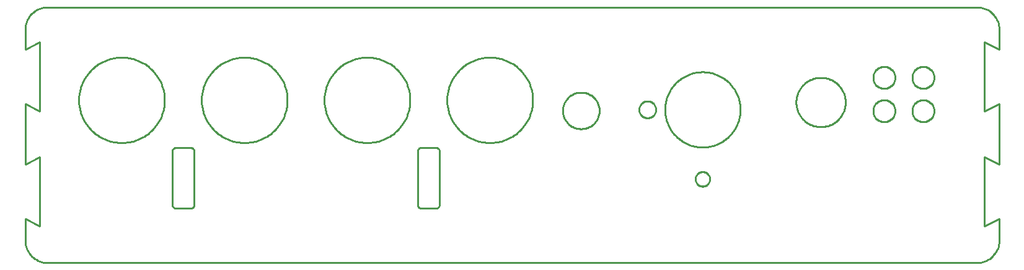
<source format=gbr>
G04 EAGLE Gerber RS-274X export*
G75*
%MOMM*%
%FSLAX34Y34*%
%LPD*%
%IN*%
%IPPOS*%
%AMOC8*
5,1,8,0,0,1.08239X$1,22.5*%
G01*
%ADD10C,0.254000*%


D10*
X0Y30000D02*
X114Y27385D01*
X456Y24791D01*
X1022Y22235D01*
X1809Y19739D01*
X2811Y17321D01*
X4019Y15000D01*
X5425Y12793D01*
X7019Y10716D01*
X8787Y8787D01*
X10716Y7019D01*
X12793Y5425D01*
X15000Y4019D01*
X17321Y2811D01*
X19739Y1809D01*
X22235Y1022D01*
X24791Y456D01*
X27385Y114D01*
X30000Y0D01*
X1300000Y0D01*
X1302615Y114D01*
X1305209Y456D01*
X1307765Y1022D01*
X1310261Y1809D01*
X1312679Y2811D01*
X1315000Y4019D01*
X1317207Y5425D01*
X1319284Y7019D01*
X1321213Y8787D01*
X1322981Y10716D01*
X1324575Y12793D01*
X1325981Y15000D01*
X1327189Y17321D01*
X1328191Y19739D01*
X1328978Y22235D01*
X1329544Y24791D01*
X1329886Y27385D01*
X1330000Y30000D01*
X1330000Y60000D01*
X1310000Y50000D01*
X1310000Y145000D01*
X1330000Y135000D01*
X1330000Y217500D01*
X1310000Y207500D01*
X1310000Y302500D01*
X1330000Y292500D01*
X1330000Y320000D01*
X1329886Y322615D01*
X1329544Y325209D01*
X1328978Y327765D01*
X1328191Y330261D01*
X1327189Y332679D01*
X1325981Y335000D01*
X1324575Y337207D01*
X1322981Y339284D01*
X1321213Y341213D01*
X1319284Y342981D01*
X1317207Y344575D01*
X1315000Y345981D01*
X1312679Y347189D01*
X1310261Y348191D01*
X1307765Y348978D01*
X1305209Y349544D01*
X1302615Y349886D01*
X1300000Y350000D01*
X30000Y350000D01*
X27385Y349886D01*
X24791Y349544D01*
X22235Y348978D01*
X19739Y348191D01*
X17321Y347189D01*
X15000Y345981D01*
X12793Y344575D01*
X10716Y342981D01*
X8787Y341213D01*
X7019Y339284D01*
X5425Y337207D01*
X4019Y335000D01*
X2811Y332679D01*
X1809Y330261D01*
X1022Y327765D01*
X456Y325209D01*
X114Y322615D01*
X0Y320000D01*
X0Y292500D01*
X20000Y302500D01*
X20000Y207500D01*
X0Y217500D01*
X0Y135000D01*
X20000Y145000D01*
X20000Y50000D01*
X0Y60000D01*
X0Y30000D01*
X535700Y79500D02*
X535719Y79064D01*
X535776Y78632D01*
X535870Y78206D01*
X536002Y77790D01*
X536168Y77387D01*
X536370Y77000D01*
X536604Y76632D01*
X536870Y76286D01*
X537164Y75964D01*
X537486Y75670D01*
X537832Y75404D01*
X538200Y75170D01*
X538587Y74968D01*
X538990Y74802D01*
X539406Y74670D01*
X539832Y74576D01*
X540264Y74519D01*
X540700Y74500D01*
X560700Y74500D01*
X561136Y74519D01*
X561568Y74576D01*
X561994Y74670D01*
X562410Y74802D01*
X562813Y74968D01*
X563200Y75170D01*
X563568Y75404D01*
X563914Y75670D01*
X564236Y75964D01*
X564530Y76286D01*
X564796Y76632D01*
X565030Y77000D01*
X565232Y77387D01*
X565398Y77790D01*
X565530Y78206D01*
X565624Y78632D01*
X565681Y79064D01*
X565700Y79500D01*
X565700Y152500D01*
X565681Y152936D01*
X565624Y153368D01*
X565530Y153794D01*
X565398Y154210D01*
X565232Y154613D01*
X565030Y155000D01*
X564796Y155368D01*
X564530Y155714D01*
X564236Y156036D01*
X563914Y156330D01*
X563568Y156596D01*
X563200Y156830D01*
X562813Y157032D01*
X562410Y157198D01*
X561994Y157330D01*
X561568Y157424D01*
X561136Y157481D01*
X560700Y157500D01*
X540700Y157500D01*
X540264Y157481D01*
X539832Y157424D01*
X539406Y157330D01*
X538990Y157198D01*
X538587Y157032D01*
X538200Y156830D01*
X537832Y156596D01*
X537486Y156330D01*
X537164Y156036D01*
X536870Y155714D01*
X536604Y155368D01*
X536370Y155000D01*
X536168Y154613D01*
X536002Y154210D01*
X535870Y153794D01*
X535776Y153368D01*
X535719Y152936D01*
X535700Y152500D01*
X535700Y79500D01*
X200700Y79500D02*
X200719Y79064D01*
X200776Y78632D01*
X200870Y78206D01*
X201002Y77790D01*
X201168Y77387D01*
X201370Y77000D01*
X201604Y76632D01*
X201870Y76286D01*
X202164Y75964D01*
X202486Y75670D01*
X202832Y75404D01*
X203200Y75170D01*
X203587Y74968D01*
X203990Y74802D01*
X204406Y74670D01*
X204832Y74576D01*
X205264Y74519D01*
X205700Y74500D01*
X225700Y74500D01*
X226136Y74519D01*
X226568Y74576D01*
X226994Y74670D01*
X227410Y74802D01*
X227813Y74968D01*
X228200Y75170D01*
X228568Y75404D01*
X228914Y75670D01*
X229236Y75964D01*
X229530Y76286D01*
X229796Y76632D01*
X230030Y77000D01*
X230232Y77387D01*
X230398Y77790D01*
X230530Y78206D01*
X230624Y78632D01*
X230681Y79064D01*
X230700Y79500D01*
X230700Y152500D01*
X230681Y152936D01*
X230624Y153368D01*
X230530Y153794D01*
X230398Y154210D01*
X230232Y154613D01*
X230030Y155000D01*
X229796Y155368D01*
X229530Y155714D01*
X229236Y156036D01*
X228914Y156330D01*
X228568Y156596D01*
X228200Y156830D01*
X227813Y157032D01*
X227410Y157198D01*
X226994Y157330D01*
X226568Y157424D01*
X226136Y157481D01*
X225700Y157500D01*
X205700Y157500D01*
X205264Y157481D01*
X204832Y157424D01*
X204406Y157330D01*
X203990Y157198D01*
X203587Y157032D01*
X203200Y156830D01*
X202832Y156596D01*
X202486Y156330D01*
X202164Y156036D01*
X201870Y155714D01*
X201604Y155368D01*
X201370Y155000D01*
X201168Y154613D01*
X201002Y154210D01*
X200870Y153794D01*
X200776Y153368D01*
X200719Y152936D01*
X200700Y152500D01*
X200700Y79500D01*
X190100Y221756D02*
X190025Y219668D01*
X189876Y217585D01*
X189653Y215508D01*
X189356Y213441D01*
X188985Y211385D01*
X188541Y209344D01*
X188025Y207321D01*
X187436Y205317D01*
X186777Y203335D01*
X186047Y201378D01*
X185247Y199448D01*
X184380Y197548D01*
X183445Y195681D01*
X182444Y193847D01*
X181378Y192051D01*
X180249Y190294D01*
X179058Y188578D01*
X177806Y186906D01*
X176495Y185280D01*
X175127Y183701D01*
X173704Y182173D01*
X172227Y180696D01*
X170699Y179273D01*
X169120Y177905D01*
X167494Y176594D01*
X165822Y175343D01*
X164106Y174151D01*
X162349Y173022D01*
X160553Y171956D01*
X158719Y170955D01*
X156852Y170020D01*
X154952Y169153D01*
X153022Y168353D01*
X151065Y167623D01*
X149083Y166964D01*
X147079Y166375D01*
X145056Y165859D01*
X143015Y165415D01*
X140959Y165044D01*
X138892Y164747D01*
X136815Y164524D01*
X134732Y164375D01*
X132644Y164300D01*
X130556Y164300D01*
X128468Y164375D01*
X126385Y164524D01*
X124308Y164747D01*
X122241Y165044D01*
X120185Y165415D01*
X118144Y165859D01*
X116121Y166375D01*
X114117Y166964D01*
X112135Y167623D01*
X110178Y168353D01*
X108248Y169153D01*
X106348Y170020D01*
X104481Y170955D01*
X102647Y171956D01*
X100851Y173022D01*
X99094Y174151D01*
X97378Y175343D01*
X95706Y176594D01*
X94080Y177905D01*
X92501Y179273D01*
X90973Y180696D01*
X89496Y182173D01*
X88073Y183701D01*
X86705Y185280D01*
X85394Y186906D01*
X84143Y188578D01*
X82951Y190294D01*
X81822Y192051D01*
X80756Y193847D01*
X79755Y195681D01*
X78820Y197548D01*
X77953Y199448D01*
X77153Y201378D01*
X76423Y203335D01*
X75764Y205317D01*
X75175Y207321D01*
X74659Y209344D01*
X74215Y211385D01*
X73844Y213441D01*
X73547Y215508D01*
X73324Y217585D01*
X73175Y219668D01*
X73100Y221756D01*
X73100Y223844D01*
X73175Y225932D01*
X73324Y228015D01*
X73547Y230092D01*
X73844Y232159D01*
X74215Y234215D01*
X74659Y236256D01*
X75175Y238279D01*
X75764Y240283D01*
X76423Y242265D01*
X77153Y244222D01*
X77953Y246152D01*
X78820Y248052D01*
X79755Y249919D01*
X80756Y251753D01*
X81822Y253549D01*
X82951Y255306D01*
X84143Y257022D01*
X85394Y258694D01*
X86705Y260320D01*
X88073Y261899D01*
X89496Y263427D01*
X90973Y264904D01*
X92501Y266327D01*
X94080Y267695D01*
X95706Y269006D01*
X97378Y270258D01*
X99094Y271449D01*
X100851Y272578D01*
X102647Y273644D01*
X104481Y274645D01*
X106348Y275580D01*
X108248Y276447D01*
X110178Y277247D01*
X112135Y277977D01*
X114117Y278636D01*
X116121Y279225D01*
X118144Y279741D01*
X120185Y280185D01*
X122241Y280556D01*
X124308Y280853D01*
X126385Y281076D01*
X128468Y281225D01*
X130556Y281300D01*
X132644Y281300D01*
X134732Y281225D01*
X136815Y281076D01*
X138892Y280853D01*
X140959Y280556D01*
X143015Y280185D01*
X145056Y279741D01*
X147079Y279225D01*
X149083Y278636D01*
X151065Y277977D01*
X153022Y277247D01*
X154952Y276447D01*
X156852Y275580D01*
X158719Y274645D01*
X160553Y273644D01*
X162349Y272578D01*
X164106Y271449D01*
X165822Y270258D01*
X167494Y269006D01*
X169120Y267695D01*
X170699Y266327D01*
X172227Y264904D01*
X173704Y263427D01*
X175127Y261899D01*
X176495Y260320D01*
X177806Y258694D01*
X179058Y257022D01*
X180249Y255306D01*
X181378Y253549D01*
X182444Y251753D01*
X183445Y249919D01*
X184380Y248052D01*
X185247Y246152D01*
X186047Y244222D01*
X186777Y242265D01*
X187436Y240283D01*
X188025Y238279D01*
X188541Y236256D01*
X188985Y234215D01*
X189356Y232159D01*
X189653Y230092D01*
X189876Y228015D01*
X190025Y225932D01*
X190100Y223844D01*
X190100Y221756D01*
X525380Y221756D02*
X525305Y219668D01*
X525156Y217585D01*
X524933Y215508D01*
X524636Y213441D01*
X524265Y211385D01*
X523821Y209344D01*
X523305Y207321D01*
X522716Y205317D01*
X522057Y203335D01*
X521327Y201378D01*
X520527Y199448D01*
X519660Y197548D01*
X518725Y195681D01*
X517724Y193847D01*
X516658Y192051D01*
X515529Y190294D01*
X514338Y188578D01*
X513086Y186906D01*
X511775Y185280D01*
X510407Y183701D01*
X508984Y182173D01*
X507507Y180696D01*
X505979Y179273D01*
X504400Y177905D01*
X502774Y176594D01*
X501102Y175343D01*
X499386Y174151D01*
X497629Y173022D01*
X495833Y171956D01*
X493999Y170955D01*
X492132Y170020D01*
X490232Y169153D01*
X488302Y168353D01*
X486345Y167623D01*
X484363Y166964D01*
X482359Y166375D01*
X480336Y165859D01*
X478295Y165415D01*
X476239Y165044D01*
X474172Y164747D01*
X472095Y164524D01*
X470012Y164375D01*
X467924Y164300D01*
X465836Y164300D01*
X463748Y164375D01*
X461665Y164524D01*
X459588Y164747D01*
X457521Y165044D01*
X455465Y165415D01*
X453424Y165859D01*
X451401Y166375D01*
X449397Y166964D01*
X447415Y167623D01*
X445458Y168353D01*
X443528Y169153D01*
X441628Y170020D01*
X439761Y170955D01*
X437927Y171956D01*
X436131Y173022D01*
X434374Y174151D01*
X432658Y175343D01*
X430986Y176594D01*
X429360Y177905D01*
X427781Y179273D01*
X426253Y180696D01*
X424776Y182173D01*
X423353Y183701D01*
X421985Y185280D01*
X420674Y186906D01*
X419423Y188578D01*
X418231Y190294D01*
X417102Y192051D01*
X416036Y193847D01*
X415035Y195681D01*
X414100Y197548D01*
X413233Y199448D01*
X412433Y201378D01*
X411703Y203335D01*
X411044Y205317D01*
X410455Y207321D01*
X409939Y209344D01*
X409495Y211385D01*
X409124Y213441D01*
X408827Y215508D01*
X408604Y217585D01*
X408455Y219668D01*
X408380Y221756D01*
X408380Y223844D01*
X408455Y225932D01*
X408604Y228015D01*
X408827Y230092D01*
X409124Y232159D01*
X409495Y234215D01*
X409939Y236256D01*
X410455Y238279D01*
X411044Y240283D01*
X411703Y242265D01*
X412433Y244222D01*
X413233Y246152D01*
X414100Y248052D01*
X415035Y249919D01*
X416036Y251753D01*
X417102Y253549D01*
X418231Y255306D01*
X419423Y257022D01*
X420674Y258694D01*
X421985Y260320D01*
X423353Y261899D01*
X424776Y263427D01*
X426253Y264904D01*
X427781Y266327D01*
X429360Y267695D01*
X430986Y269006D01*
X432658Y270258D01*
X434374Y271449D01*
X436131Y272578D01*
X437927Y273644D01*
X439761Y274645D01*
X441628Y275580D01*
X443528Y276447D01*
X445458Y277247D01*
X447415Y277977D01*
X449397Y278636D01*
X451401Y279225D01*
X453424Y279741D01*
X455465Y280185D01*
X457521Y280556D01*
X459588Y280853D01*
X461665Y281076D01*
X463748Y281225D01*
X465836Y281300D01*
X467924Y281300D01*
X470012Y281225D01*
X472095Y281076D01*
X474172Y280853D01*
X476239Y280556D01*
X478295Y280185D01*
X480336Y279741D01*
X482359Y279225D01*
X484363Y278636D01*
X486345Y277977D01*
X488302Y277247D01*
X490232Y276447D01*
X492132Y275580D01*
X493999Y274645D01*
X495833Y273644D01*
X497629Y272578D01*
X499386Y271449D01*
X501102Y270258D01*
X502774Y269006D01*
X504400Y267695D01*
X505979Y266327D01*
X507507Y264904D01*
X508984Y263427D01*
X510407Y261899D01*
X511775Y260320D01*
X513086Y258694D01*
X514338Y257022D01*
X515529Y255306D01*
X516658Y253549D01*
X517724Y251753D01*
X518725Y249919D01*
X519660Y248052D01*
X520527Y246152D01*
X521327Y244222D01*
X522057Y242265D01*
X522716Y240283D01*
X523305Y238279D01*
X523821Y236256D01*
X524265Y234215D01*
X524636Y232159D01*
X524933Y230092D01*
X525156Y228015D01*
X525305Y225932D01*
X525380Y223844D01*
X525380Y221756D01*
X693020Y221756D02*
X692945Y219668D01*
X692796Y217585D01*
X692573Y215508D01*
X692276Y213441D01*
X691905Y211385D01*
X691461Y209344D01*
X690945Y207321D01*
X690356Y205317D01*
X689697Y203335D01*
X688967Y201378D01*
X688167Y199448D01*
X687300Y197548D01*
X686365Y195681D01*
X685364Y193847D01*
X684298Y192051D01*
X683169Y190294D01*
X681978Y188578D01*
X680726Y186906D01*
X679415Y185280D01*
X678047Y183701D01*
X676624Y182173D01*
X675147Y180696D01*
X673619Y179273D01*
X672040Y177905D01*
X670414Y176594D01*
X668742Y175343D01*
X667026Y174151D01*
X665269Y173022D01*
X663473Y171956D01*
X661639Y170955D01*
X659772Y170020D01*
X657872Y169153D01*
X655942Y168353D01*
X653985Y167623D01*
X652003Y166964D01*
X649999Y166375D01*
X647976Y165859D01*
X645935Y165415D01*
X643879Y165044D01*
X641812Y164747D01*
X639735Y164524D01*
X637652Y164375D01*
X635564Y164300D01*
X633476Y164300D01*
X631388Y164375D01*
X629305Y164524D01*
X627228Y164747D01*
X625161Y165044D01*
X623105Y165415D01*
X621064Y165859D01*
X619041Y166375D01*
X617037Y166964D01*
X615055Y167623D01*
X613098Y168353D01*
X611168Y169153D01*
X609268Y170020D01*
X607401Y170955D01*
X605567Y171956D01*
X603771Y173022D01*
X602014Y174151D01*
X600298Y175343D01*
X598626Y176594D01*
X597000Y177905D01*
X595421Y179273D01*
X593893Y180696D01*
X592416Y182173D01*
X590993Y183701D01*
X589625Y185280D01*
X588314Y186906D01*
X587063Y188578D01*
X585871Y190294D01*
X584742Y192051D01*
X583676Y193847D01*
X582675Y195681D01*
X581740Y197548D01*
X580873Y199448D01*
X580073Y201378D01*
X579343Y203335D01*
X578684Y205317D01*
X578095Y207321D01*
X577579Y209344D01*
X577135Y211385D01*
X576764Y213441D01*
X576467Y215508D01*
X576244Y217585D01*
X576095Y219668D01*
X576020Y221756D01*
X576020Y223844D01*
X576095Y225932D01*
X576244Y228015D01*
X576467Y230092D01*
X576764Y232159D01*
X577135Y234215D01*
X577579Y236256D01*
X578095Y238279D01*
X578684Y240283D01*
X579343Y242265D01*
X580073Y244222D01*
X580873Y246152D01*
X581740Y248052D01*
X582675Y249919D01*
X583676Y251753D01*
X584742Y253549D01*
X585871Y255306D01*
X587063Y257022D01*
X588314Y258694D01*
X589625Y260320D01*
X590993Y261899D01*
X592416Y263427D01*
X593893Y264904D01*
X595421Y266327D01*
X597000Y267695D01*
X598626Y269006D01*
X600298Y270258D01*
X602014Y271449D01*
X603771Y272578D01*
X605567Y273644D01*
X607401Y274645D01*
X609268Y275580D01*
X611168Y276447D01*
X613098Y277247D01*
X615055Y277977D01*
X617037Y278636D01*
X619041Y279225D01*
X621064Y279741D01*
X623105Y280185D01*
X625161Y280556D01*
X627228Y280853D01*
X629305Y281076D01*
X631388Y281225D01*
X633476Y281300D01*
X635564Y281300D01*
X637652Y281225D01*
X639735Y281076D01*
X641812Y280853D01*
X643879Y280556D01*
X645935Y280185D01*
X647976Y279741D01*
X649999Y279225D01*
X652003Y278636D01*
X653985Y277977D01*
X655942Y277247D01*
X657872Y276447D01*
X659772Y275580D01*
X661639Y274645D01*
X663473Y273644D01*
X665269Y272578D01*
X667026Y271449D01*
X668742Y270258D01*
X670414Y269006D01*
X672040Y267695D01*
X673619Y266327D01*
X675147Y264904D01*
X676624Y263427D01*
X678047Y261899D01*
X679415Y260320D01*
X680726Y258694D01*
X681978Y257022D01*
X683169Y255306D01*
X684298Y253549D01*
X685364Y251753D01*
X686365Y249919D01*
X687300Y248052D01*
X688167Y246152D01*
X688967Y244222D01*
X689697Y242265D01*
X690356Y240283D01*
X690945Y238279D01*
X691461Y236256D01*
X691905Y234215D01*
X692276Y232159D01*
X692573Y230092D01*
X692796Y228015D01*
X692945Y225932D01*
X693020Y223844D01*
X693020Y221756D01*
X357740Y221756D02*
X357665Y219668D01*
X357516Y217585D01*
X357293Y215508D01*
X356996Y213441D01*
X356625Y211385D01*
X356181Y209344D01*
X355665Y207321D01*
X355076Y205317D01*
X354417Y203335D01*
X353687Y201378D01*
X352887Y199448D01*
X352020Y197548D01*
X351085Y195681D01*
X350084Y193847D01*
X349018Y192051D01*
X347889Y190294D01*
X346698Y188578D01*
X345446Y186906D01*
X344135Y185280D01*
X342767Y183701D01*
X341344Y182173D01*
X339867Y180696D01*
X338339Y179273D01*
X336760Y177905D01*
X335134Y176594D01*
X333462Y175343D01*
X331746Y174151D01*
X329989Y173022D01*
X328193Y171956D01*
X326359Y170955D01*
X324492Y170020D01*
X322592Y169153D01*
X320662Y168353D01*
X318705Y167623D01*
X316723Y166964D01*
X314719Y166375D01*
X312696Y165859D01*
X310655Y165415D01*
X308599Y165044D01*
X306532Y164747D01*
X304455Y164524D01*
X302372Y164375D01*
X300284Y164300D01*
X298196Y164300D01*
X296108Y164375D01*
X294025Y164524D01*
X291948Y164747D01*
X289881Y165044D01*
X287825Y165415D01*
X285784Y165859D01*
X283761Y166375D01*
X281757Y166964D01*
X279775Y167623D01*
X277818Y168353D01*
X275888Y169153D01*
X273988Y170020D01*
X272121Y170955D01*
X270287Y171956D01*
X268491Y173022D01*
X266734Y174151D01*
X265018Y175343D01*
X263346Y176594D01*
X261720Y177905D01*
X260141Y179273D01*
X258613Y180696D01*
X257136Y182173D01*
X255713Y183701D01*
X254345Y185280D01*
X253034Y186906D01*
X251783Y188578D01*
X250591Y190294D01*
X249462Y192051D01*
X248396Y193847D01*
X247395Y195681D01*
X246460Y197548D01*
X245593Y199448D01*
X244793Y201378D01*
X244063Y203335D01*
X243404Y205317D01*
X242815Y207321D01*
X242299Y209344D01*
X241855Y211385D01*
X241484Y213441D01*
X241187Y215508D01*
X240964Y217585D01*
X240815Y219668D01*
X240740Y221756D01*
X240740Y223844D01*
X240815Y225932D01*
X240964Y228015D01*
X241187Y230092D01*
X241484Y232159D01*
X241855Y234215D01*
X242299Y236256D01*
X242815Y238279D01*
X243404Y240283D01*
X244063Y242265D01*
X244793Y244222D01*
X245593Y246152D01*
X246460Y248052D01*
X247395Y249919D01*
X248396Y251753D01*
X249462Y253549D01*
X250591Y255306D01*
X251783Y257022D01*
X253034Y258694D01*
X254345Y260320D01*
X255713Y261899D01*
X257136Y263427D01*
X258613Y264904D01*
X260141Y266327D01*
X261720Y267695D01*
X263346Y269006D01*
X265018Y270258D01*
X266734Y271449D01*
X268491Y272578D01*
X270287Y273644D01*
X272121Y274645D01*
X273988Y275580D01*
X275888Y276447D01*
X277818Y277247D01*
X279775Y277977D01*
X281757Y278636D01*
X283761Y279225D01*
X285784Y279741D01*
X287825Y280185D01*
X289881Y280556D01*
X291948Y280853D01*
X294025Y281076D01*
X296108Y281225D01*
X298196Y281300D01*
X300284Y281300D01*
X302372Y281225D01*
X304455Y281076D01*
X306532Y280853D01*
X308599Y280556D01*
X310655Y280185D01*
X312696Y279741D01*
X314719Y279225D01*
X316723Y278636D01*
X318705Y277977D01*
X320662Y277247D01*
X322592Y276447D01*
X324492Y275580D01*
X326359Y274645D01*
X328193Y273644D01*
X329989Y272578D01*
X331746Y271449D01*
X333462Y270258D01*
X335134Y269006D01*
X336760Y267695D01*
X338339Y266327D01*
X339867Y264904D01*
X341344Y263427D01*
X342767Y261899D01*
X344135Y260320D01*
X345446Y258694D01*
X346698Y257022D01*
X347889Y255306D01*
X349018Y253549D01*
X350084Y251753D01*
X351085Y249919D01*
X352020Y248052D01*
X352887Y246152D01*
X353687Y244222D01*
X354417Y242265D01*
X355076Y240283D01*
X355665Y238279D01*
X356181Y236256D01*
X356625Y234215D01*
X356996Y232159D01*
X357293Y230092D01*
X357516Y228015D01*
X357665Y225932D01*
X357740Y223844D01*
X357740Y221756D01*
X784000Y207599D02*
X783921Y206198D01*
X783764Y204804D01*
X783529Y203421D01*
X783217Y202053D01*
X782829Y200705D01*
X782365Y199381D01*
X781829Y198085D01*
X781220Y196821D01*
X780541Y195593D01*
X779795Y194405D01*
X778983Y193261D01*
X778108Y192164D01*
X777174Y191118D01*
X776182Y190126D01*
X775136Y189192D01*
X774039Y188317D01*
X772895Y187505D01*
X771707Y186759D01*
X770479Y186080D01*
X769215Y185471D01*
X767919Y184935D01*
X766595Y184471D01*
X765247Y184083D01*
X763879Y183771D01*
X762496Y183536D01*
X761102Y183379D01*
X759701Y183300D01*
X758299Y183300D01*
X756898Y183379D01*
X755504Y183536D01*
X754121Y183771D01*
X752753Y184083D01*
X751405Y184471D01*
X750081Y184935D01*
X748785Y185471D01*
X747521Y186080D01*
X746293Y186759D01*
X745105Y187505D01*
X743961Y188317D01*
X742864Y189192D01*
X741818Y190126D01*
X740826Y191118D01*
X739892Y192164D01*
X739017Y193261D01*
X738205Y194405D01*
X737459Y195593D01*
X736780Y196821D01*
X736171Y198085D01*
X735635Y199381D01*
X735171Y200705D01*
X734783Y202053D01*
X734471Y203421D01*
X734236Y204804D01*
X734079Y206198D01*
X734000Y207599D01*
X734000Y209001D01*
X734079Y210402D01*
X734236Y211796D01*
X734471Y213179D01*
X734783Y214547D01*
X735171Y215895D01*
X735635Y217219D01*
X736171Y218515D01*
X736780Y219779D01*
X737459Y221007D01*
X738205Y222195D01*
X739017Y223339D01*
X739892Y224436D01*
X740826Y225482D01*
X741818Y226474D01*
X742864Y227408D01*
X743961Y228283D01*
X745105Y229095D01*
X746293Y229841D01*
X747521Y230520D01*
X748785Y231129D01*
X750081Y231665D01*
X751405Y232129D01*
X752753Y232517D01*
X754121Y232829D01*
X755504Y233064D01*
X756898Y233221D01*
X758299Y233300D01*
X759701Y233300D01*
X761102Y233221D01*
X762496Y233064D01*
X763879Y232829D01*
X765247Y232517D01*
X766595Y232129D01*
X767919Y231665D01*
X769215Y231129D01*
X770479Y230520D01*
X771707Y229841D01*
X772895Y229095D01*
X774039Y228283D01*
X775136Y227408D01*
X776182Y226474D01*
X777174Y225482D01*
X778108Y224436D01*
X778983Y223339D01*
X779795Y222195D01*
X780541Y221007D01*
X781220Y219779D01*
X781829Y218515D01*
X782365Y217219D01*
X782829Y215895D01*
X783217Y214547D01*
X783529Y213179D01*
X783764Y211796D01*
X783921Y210402D01*
X784000Y209001D01*
X784000Y207599D01*
X1120250Y219020D02*
X1120178Y217462D01*
X1120034Y215910D01*
X1119819Y214365D01*
X1119532Y212832D01*
X1119175Y211314D01*
X1118748Y209814D01*
X1118253Y208335D01*
X1117689Y206881D01*
X1117059Y205454D01*
X1116364Y204058D01*
X1115605Y202696D01*
X1114784Y201370D01*
X1113903Y200083D01*
X1112963Y198839D01*
X1111967Y197639D01*
X1110916Y196487D01*
X1109813Y195384D01*
X1108661Y194333D01*
X1107461Y193337D01*
X1106217Y192397D01*
X1104930Y191516D01*
X1103604Y190695D01*
X1102242Y189936D01*
X1100846Y189241D01*
X1099419Y188611D01*
X1097965Y188047D01*
X1096486Y187552D01*
X1094986Y187125D01*
X1093468Y186768D01*
X1091935Y186481D01*
X1090391Y186266D01*
X1088838Y186122D01*
X1087280Y186050D01*
X1085720Y186050D01*
X1084162Y186122D01*
X1082610Y186266D01*
X1081065Y186481D01*
X1079532Y186768D01*
X1078014Y187125D01*
X1076514Y187552D01*
X1075035Y188047D01*
X1073581Y188611D01*
X1072154Y189241D01*
X1070758Y189936D01*
X1069396Y190695D01*
X1068070Y191516D01*
X1066783Y192397D01*
X1065539Y193337D01*
X1064339Y194333D01*
X1063187Y195384D01*
X1062084Y196487D01*
X1061033Y197639D01*
X1060037Y198839D01*
X1059097Y200083D01*
X1058216Y201370D01*
X1057395Y202696D01*
X1056636Y204058D01*
X1055941Y205454D01*
X1055311Y206881D01*
X1054747Y208335D01*
X1054252Y209814D01*
X1053825Y211314D01*
X1053468Y212832D01*
X1053181Y214365D01*
X1052966Y215910D01*
X1052822Y217462D01*
X1052750Y219020D01*
X1052750Y220580D01*
X1052822Y222138D01*
X1052966Y223691D01*
X1053181Y225235D01*
X1053468Y226768D01*
X1053825Y228286D01*
X1054252Y229786D01*
X1054747Y231265D01*
X1055311Y232719D01*
X1055941Y234146D01*
X1056636Y235542D01*
X1057395Y236904D01*
X1058216Y238230D01*
X1059097Y239517D01*
X1060037Y240761D01*
X1061033Y241961D01*
X1062084Y243113D01*
X1063187Y244216D01*
X1064339Y245267D01*
X1065539Y246263D01*
X1066783Y247203D01*
X1068070Y248084D01*
X1069396Y248905D01*
X1070758Y249664D01*
X1072154Y250359D01*
X1073581Y250989D01*
X1075035Y251553D01*
X1076514Y252048D01*
X1078014Y252475D01*
X1079532Y252832D01*
X1081065Y253119D01*
X1082610Y253334D01*
X1084162Y253478D01*
X1085720Y253550D01*
X1087280Y253550D01*
X1088838Y253478D01*
X1090391Y253334D01*
X1091935Y253119D01*
X1093468Y252832D01*
X1094986Y252475D01*
X1096486Y252048D01*
X1097965Y251553D01*
X1099419Y250989D01*
X1100846Y250359D01*
X1102242Y249664D01*
X1103604Y248905D01*
X1104930Y248084D01*
X1106217Y247203D01*
X1107461Y246263D01*
X1108661Y245267D01*
X1109813Y244216D01*
X1110916Y243113D01*
X1111967Y241961D01*
X1112963Y240761D01*
X1113903Y239517D01*
X1114784Y238230D01*
X1115605Y236904D01*
X1116364Y235542D01*
X1117059Y234146D01*
X1117689Y232719D01*
X1118253Y231265D01*
X1118748Y229786D01*
X1119175Y228286D01*
X1119532Y226768D01*
X1119819Y225235D01*
X1120034Y223691D01*
X1120178Y222138D01*
X1120250Y220580D01*
X1120250Y219020D01*
X1188000Y253064D02*
X1187924Y251996D01*
X1187771Y250935D01*
X1187543Y249888D01*
X1187241Y248860D01*
X1186867Y247856D01*
X1186422Y246881D01*
X1185908Y245941D01*
X1185329Y245040D01*
X1184687Y244182D01*
X1183985Y243372D01*
X1183228Y242615D01*
X1182418Y241913D01*
X1181560Y241271D01*
X1180659Y240692D01*
X1179719Y240178D01*
X1178744Y239733D01*
X1177740Y239359D01*
X1176712Y239057D01*
X1175665Y238829D01*
X1174604Y238676D01*
X1173536Y238600D01*
X1172464Y238600D01*
X1171396Y238676D01*
X1170335Y238829D01*
X1169288Y239057D01*
X1168260Y239359D01*
X1167256Y239733D01*
X1166281Y240178D01*
X1165341Y240692D01*
X1164440Y241271D01*
X1163582Y241913D01*
X1162772Y242615D01*
X1162015Y243372D01*
X1161313Y244182D01*
X1160671Y245040D01*
X1160092Y245941D01*
X1159578Y246881D01*
X1159133Y247856D01*
X1158759Y248860D01*
X1158457Y249888D01*
X1158229Y250935D01*
X1158076Y251996D01*
X1158000Y253064D01*
X1158000Y254136D01*
X1158076Y255204D01*
X1158229Y256265D01*
X1158457Y257312D01*
X1158759Y258340D01*
X1159133Y259344D01*
X1159578Y260319D01*
X1160092Y261259D01*
X1160671Y262160D01*
X1161313Y263018D01*
X1162015Y263828D01*
X1162772Y264585D01*
X1163582Y265287D01*
X1164440Y265929D01*
X1165341Y266508D01*
X1166281Y267022D01*
X1167256Y267467D01*
X1168260Y267841D01*
X1169288Y268143D01*
X1170335Y268371D01*
X1171396Y268524D01*
X1172464Y268600D01*
X1173536Y268600D01*
X1174604Y268524D01*
X1175665Y268371D01*
X1176712Y268143D01*
X1177740Y267841D01*
X1178744Y267467D01*
X1179719Y267022D01*
X1180659Y266508D01*
X1181560Y265929D01*
X1182418Y265287D01*
X1183228Y264585D01*
X1183985Y263828D01*
X1184687Y263018D01*
X1185329Y262160D01*
X1185908Y261259D01*
X1186422Y260319D01*
X1186867Y259344D01*
X1187241Y258340D01*
X1187543Y257312D01*
X1187771Y256265D01*
X1187924Y255204D01*
X1188000Y254136D01*
X1188000Y253064D01*
X1188000Y207364D02*
X1187924Y206296D01*
X1187771Y205235D01*
X1187543Y204188D01*
X1187241Y203160D01*
X1186867Y202156D01*
X1186422Y201181D01*
X1185908Y200241D01*
X1185329Y199340D01*
X1184687Y198482D01*
X1183985Y197672D01*
X1183228Y196915D01*
X1182418Y196213D01*
X1181560Y195571D01*
X1180659Y194992D01*
X1179719Y194478D01*
X1178744Y194033D01*
X1177740Y193659D01*
X1176712Y193357D01*
X1175665Y193129D01*
X1174604Y192976D01*
X1173536Y192900D01*
X1172464Y192900D01*
X1171396Y192976D01*
X1170335Y193129D01*
X1169288Y193357D01*
X1168260Y193659D01*
X1167256Y194033D01*
X1166281Y194478D01*
X1165341Y194992D01*
X1164440Y195571D01*
X1163582Y196213D01*
X1162772Y196915D01*
X1162015Y197672D01*
X1161313Y198482D01*
X1160671Y199340D01*
X1160092Y200241D01*
X1159578Y201181D01*
X1159133Y202156D01*
X1158759Y203160D01*
X1158457Y204188D01*
X1158229Y205235D01*
X1158076Y206296D01*
X1158000Y207364D01*
X1158000Y208436D01*
X1158076Y209504D01*
X1158229Y210565D01*
X1158457Y211612D01*
X1158759Y212640D01*
X1159133Y213644D01*
X1159578Y214619D01*
X1160092Y215559D01*
X1160671Y216460D01*
X1161313Y217318D01*
X1162015Y218128D01*
X1162772Y218885D01*
X1163582Y219587D01*
X1164440Y220229D01*
X1165341Y220808D01*
X1166281Y221322D01*
X1167256Y221767D01*
X1168260Y222141D01*
X1169288Y222443D01*
X1170335Y222671D01*
X1171396Y222824D01*
X1172464Y222900D01*
X1173536Y222900D01*
X1174604Y222824D01*
X1175665Y222671D01*
X1176712Y222443D01*
X1177740Y222141D01*
X1178744Y221767D01*
X1179719Y221322D01*
X1180659Y220808D01*
X1181560Y220229D01*
X1182418Y219587D01*
X1183228Y218885D01*
X1183985Y218128D01*
X1184687Y217318D01*
X1185329Y216460D01*
X1185908Y215559D01*
X1186422Y214619D01*
X1186867Y213644D01*
X1187241Y212640D01*
X1187543Y211612D01*
X1187771Y210565D01*
X1187924Y209504D01*
X1188000Y208436D01*
X1188000Y207364D01*
X1241340Y207364D02*
X1241264Y206296D01*
X1241111Y205235D01*
X1240883Y204188D01*
X1240581Y203160D01*
X1240207Y202156D01*
X1239762Y201181D01*
X1239248Y200241D01*
X1238669Y199340D01*
X1238027Y198482D01*
X1237325Y197672D01*
X1236568Y196915D01*
X1235758Y196213D01*
X1234900Y195571D01*
X1233999Y194992D01*
X1233059Y194478D01*
X1232084Y194033D01*
X1231080Y193659D01*
X1230052Y193357D01*
X1229005Y193129D01*
X1227944Y192976D01*
X1226876Y192900D01*
X1225804Y192900D01*
X1224736Y192976D01*
X1223675Y193129D01*
X1222628Y193357D01*
X1221600Y193659D01*
X1220596Y194033D01*
X1219621Y194478D01*
X1218681Y194992D01*
X1217780Y195571D01*
X1216922Y196213D01*
X1216112Y196915D01*
X1215355Y197672D01*
X1214653Y198482D01*
X1214011Y199340D01*
X1213432Y200241D01*
X1212918Y201181D01*
X1212473Y202156D01*
X1212099Y203160D01*
X1211797Y204188D01*
X1211569Y205235D01*
X1211416Y206296D01*
X1211340Y207364D01*
X1211340Y208436D01*
X1211416Y209504D01*
X1211569Y210565D01*
X1211797Y211612D01*
X1212099Y212640D01*
X1212473Y213644D01*
X1212918Y214619D01*
X1213432Y215559D01*
X1214011Y216460D01*
X1214653Y217318D01*
X1215355Y218128D01*
X1216112Y218885D01*
X1216922Y219587D01*
X1217780Y220229D01*
X1218681Y220808D01*
X1219621Y221322D01*
X1220596Y221767D01*
X1221600Y222141D01*
X1222628Y222443D01*
X1223675Y222671D01*
X1224736Y222824D01*
X1225804Y222900D01*
X1226876Y222900D01*
X1227944Y222824D01*
X1229005Y222671D01*
X1230052Y222443D01*
X1231080Y222141D01*
X1232084Y221767D01*
X1233059Y221322D01*
X1233999Y220808D01*
X1234900Y220229D01*
X1235758Y219587D01*
X1236568Y218885D01*
X1237325Y218128D01*
X1238027Y217318D01*
X1238669Y216460D01*
X1239248Y215559D01*
X1239762Y214619D01*
X1240207Y213644D01*
X1240581Y212640D01*
X1240883Y211612D01*
X1241111Y210565D01*
X1241264Y209504D01*
X1241340Y208436D01*
X1241340Y207364D01*
X1241340Y253064D02*
X1241264Y251996D01*
X1241111Y250935D01*
X1240883Y249888D01*
X1240581Y248860D01*
X1240207Y247856D01*
X1239762Y246881D01*
X1239248Y245941D01*
X1238669Y245040D01*
X1238027Y244182D01*
X1237325Y243372D01*
X1236568Y242615D01*
X1235758Y241913D01*
X1234900Y241271D01*
X1233999Y240692D01*
X1233059Y240178D01*
X1232084Y239733D01*
X1231080Y239359D01*
X1230052Y239057D01*
X1229005Y238829D01*
X1227944Y238676D01*
X1226876Y238600D01*
X1225804Y238600D01*
X1224736Y238676D01*
X1223675Y238829D01*
X1222628Y239057D01*
X1221600Y239359D01*
X1220596Y239733D01*
X1219621Y240178D01*
X1218681Y240692D01*
X1217780Y241271D01*
X1216922Y241913D01*
X1216112Y242615D01*
X1215355Y243372D01*
X1214653Y244182D01*
X1214011Y245040D01*
X1213432Y245941D01*
X1212918Y246881D01*
X1212473Y247856D01*
X1212099Y248860D01*
X1211797Y249888D01*
X1211569Y250935D01*
X1211416Y251996D01*
X1211340Y253064D01*
X1211340Y254136D01*
X1211416Y255204D01*
X1211569Y256265D01*
X1211797Y257312D01*
X1212099Y258340D01*
X1212473Y259344D01*
X1212918Y260319D01*
X1213432Y261259D01*
X1214011Y262160D01*
X1214653Y263018D01*
X1215355Y263828D01*
X1216112Y264585D01*
X1216922Y265287D01*
X1217780Y265929D01*
X1218681Y266508D01*
X1219621Y267022D01*
X1220596Y267467D01*
X1221600Y267841D01*
X1222628Y268143D01*
X1223675Y268371D01*
X1224736Y268524D01*
X1225804Y268600D01*
X1226876Y268600D01*
X1227944Y268524D01*
X1229005Y268371D01*
X1230052Y268143D01*
X1231080Y267841D01*
X1232084Y267467D01*
X1233059Y267022D01*
X1233999Y266508D01*
X1234900Y265929D01*
X1235758Y265287D01*
X1236568Y264585D01*
X1237325Y263828D01*
X1238027Y263018D01*
X1238669Y262160D01*
X1239248Y261259D01*
X1239762Y260319D01*
X1240207Y259344D01*
X1240581Y258340D01*
X1240883Y257312D01*
X1241111Y256265D01*
X1241264Y255204D01*
X1241340Y254136D01*
X1241340Y253064D01*
X976520Y208789D02*
X976441Y206768D01*
X976282Y204751D01*
X976044Y202743D01*
X975728Y200745D01*
X975333Y198761D01*
X974861Y196794D01*
X974312Y194847D01*
X973687Y192924D01*
X972987Y191026D01*
X972213Y189157D01*
X971366Y187321D01*
X970448Y185518D01*
X969459Y183754D01*
X968403Y182029D01*
X967279Y180347D01*
X966090Y178711D01*
X964838Y177122D01*
X963524Y175584D01*
X962151Y174099D01*
X960721Y172669D01*
X959236Y171296D01*
X957698Y169982D01*
X956109Y168730D01*
X954473Y167541D01*
X952791Y166417D01*
X951066Y165361D01*
X949302Y164372D01*
X947499Y163454D01*
X945663Y162607D01*
X943794Y161833D01*
X941896Y161133D01*
X939973Y160508D01*
X938026Y159959D01*
X936059Y159487D01*
X934075Y159092D01*
X932078Y158776D01*
X930069Y158538D01*
X928052Y158379D01*
X926031Y158300D01*
X924009Y158300D01*
X921988Y158379D01*
X919971Y158538D01*
X917963Y158776D01*
X915965Y159092D01*
X913981Y159487D01*
X912014Y159959D01*
X910067Y160508D01*
X908144Y161133D01*
X906246Y161833D01*
X904377Y162607D01*
X902541Y163454D01*
X900738Y164372D01*
X898974Y165361D01*
X897249Y166417D01*
X895567Y167541D01*
X893931Y168730D01*
X892342Y169982D01*
X890804Y171296D01*
X889319Y172669D01*
X887889Y174099D01*
X886516Y175584D01*
X885202Y177122D01*
X883950Y178711D01*
X882761Y180347D01*
X881637Y182029D01*
X880581Y183754D01*
X879592Y185518D01*
X878674Y187321D01*
X877827Y189157D01*
X877053Y191026D01*
X876353Y192924D01*
X875728Y194847D01*
X875179Y196794D01*
X874707Y198761D01*
X874312Y200745D01*
X873996Y202743D01*
X873758Y204751D01*
X873599Y206768D01*
X873520Y208789D01*
X873520Y210811D01*
X873599Y212832D01*
X873758Y214849D01*
X873996Y216858D01*
X874312Y218855D01*
X874707Y220839D01*
X875179Y222806D01*
X875728Y224753D01*
X876353Y226676D01*
X877053Y228574D01*
X877827Y230443D01*
X878674Y232279D01*
X879592Y234082D01*
X880581Y235846D01*
X881637Y237571D01*
X882761Y239253D01*
X883950Y240889D01*
X885202Y242478D01*
X886516Y244016D01*
X887889Y245501D01*
X889319Y246931D01*
X890804Y248304D01*
X892342Y249618D01*
X893931Y250870D01*
X895567Y252059D01*
X897249Y253183D01*
X898974Y254239D01*
X900738Y255228D01*
X902541Y256146D01*
X904377Y256993D01*
X906246Y257767D01*
X908144Y258467D01*
X910067Y259092D01*
X912014Y259641D01*
X913981Y260113D01*
X915965Y260508D01*
X917963Y260824D01*
X919971Y261062D01*
X921988Y261221D01*
X924009Y261300D01*
X926031Y261300D01*
X928052Y261221D01*
X930069Y261062D01*
X932078Y260824D01*
X934075Y260508D01*
X936059Y260113D01*
X938026Y259641D01*
X939973Y259092D01*
X941896Y258467D01*
X943794Y257767D01*
X945663Y256993D01*
X947499Y256146D01*
X949302Y255228D01*
X951066Y254239D01*
X952791Y253183D01*
X954473Y252059D01*
X956109Y250870D01*
X957698Y249618D01*
X959236Y248304D01*
X960721Y246931D01*
X962151Y245501D01*
X963524Y244016D01*
X964838Y242478D01*
X966090Y240889D01*
X967279Y239253D01*
X968403Y237571D01*
X969459Y235846D01*
X970448Y234082D01*
X971366Y232279D01*
X972213Y230443D01*
X972987Y228574D01*
X973687Y226676D01*
X974312Y224753D01*
X974861Y222806D01*
X975333Y220839D01*
X975728Y218855D01*
X976044Y216858D01*
X976282Y214849D01*
X976441Y212832D01*
X976520Y210811D01*
X976520Y208789D01*
X934920Y114068D02*
X934845Y113207D01*
X934695Y112355D01*
X934471Y111520D01*
X934175Y110708D01*
X933810Y109924D01*
X933378Y109176D01*
X932882Y108468D01*
X932326Y107805D01*
X931715Y107194D01*
X931052Y106638D01*
X930344Y106142D01*
X929596Y105710D01*
X928812Y105345D01*
X928000Y105049D01*
X927165Y104825D01*
X926313Y104675D01*
X925452Y104600D01*
X924588Y104600D01*
X923727Y104675D01*
X922875Y104825D01*
X922040Y105049D01*
X921228Y105345D01*
X920444Y105710D01*
X919696Y106142D01*
X918988Y106638D01*
X918325Y107194D01*
X917714Y107805D01*
X917158Y108468D01*
X916662Y109176D01*
X916230Y109924D01*
X915865Y110708D01*
X915569Y111520D01*
X915345Y112355D01*
X915195Y113207D01*
X915120Y114068D01*
X915120Y114932D01*
X915195Y115793D01*
X915345Y116645D01*
X915569Y117480D01*
X915865Y118292D01*
X916230Y119076D01*
X916662Y119824D01*
X917158Y120532D01*
X917714Y121195D01*
X918325Y121806D01*
X918988Y122362D01*
X919696Y122858D01*
X920444Y123290D01*
X921228Y123655D01*
X922040Y123951D01*
X922875Y124175D01*
X923727Y124325D01*
X924588Y124400D01*
X925452Y124400D01*
X926313Y124325D01*
X927165Y124175D01*
X928000Y123951D01*
X928812Y123655D01*
X929596Y123290D01*
X930344Y122858D01*
X931052Y122362D01*
X931715Y121806D01*
X932326Y121195D01*
X932882Y120532D01*
X933378Y119824D01*
X933810Y119076D01*
X934175Y118292D01*
X934471Y117480D01*
X934695Y116645D01*
X934845Y115793D01*
X934920Y114932D01*
X934920Y114068D01*
X861350Y209346D02*
X861279Y208441D01*
X861137Y207545D01*
X860925Y206662D01*
X860644Y205799D01*
X860297Y204961D01*
X859885Y204152D01*
X859411Y203378D01*
X858877Y202644D01*
X858288Y201954D01*
X857646Y201312D01*
X856956Y200723D01*
X856222Y200189D01*
X855448Y199715D01*
X854639Y199303D01*
X853801Y198956D01*
X852938Y198675D01*
X852055Y198463D01*
X851159Y198321D01*
X850254Y198250D01*
X849346Y198250D01*
X848441Y198321D01*
X847545Y198463D01*
X846662Y198675D01*
X845799Y198956D01*
X844961Y199303D01*
X844152Y199715D01*
X843378Y200189D01*
X842644Y200723D01*
X841954Y201312D01*
X841312Y201954D01*
X840723Y202644D01*
X840189Y203378D01*
X839715Y204152D01*
X839303Y204961D01*
X838956Y205799D01*
X838675Y206662D01*
X838463Y207545D01*
X838321Y208441D01*
X838250Y209346D01*
X838250Y210254D01*
X838321Y211159D01*
X838463Y212055D01*
X838675Y212938D01*
X838956Y213801D01*
X839303Y214639D01*
X839715Y215448D01*
X840189Y216222D01*
X840723Y216956D01*
X841312Y217646D01*
X841954Y218288D01*
X842644Y218877D01*
X843378Y219411D01*
X844152Y219885D01*
X844961Y220297D01*
X845799Y220644D01*
X846662Y220925D01*
X847545Y221137D01*
X848441Y221279D01*
X849346Y221350D01*
X850254Y221350D01*
X851159Y221279D01*
X852055Y221137D01*
X852938Y220925D01*
X853801Y220644D01*
X854639Y220297D01*
X855448Y219885D01*
X856222Y219411D01*
X856956Y218877D01*
X857646Y218288D01*
X858288Y217646D01*
X858877Y216956D01*
X859411Y216222D01*
X859885Y215448D01*
X860297Y214639D01*
X860644Y213801D01*
X860925Y212938D01*
X861137Y212055D01*
X861279Y211159D01*
X861350Y210254D01*
X861350Y209346D01*
M02*

</source>
